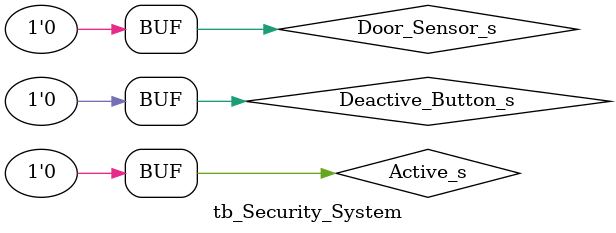
<source format=v>
`timescale 1 ns/100 ps

module tb_Security_System();

	reg Door_Sensor_s, Active_s, Deactive_Button_s;
	wire Alarm_s;

	Security_System My_System(Door_Sensor_s, Active_s, Deactive_Button_s, Alarm_s);

		initial begin 
			Door_Sensor_s = 0;
			Active_s = 0;
			Deactive_Button_s = 0;

			#10 Door_Sensor_s = 0; Active_s = 0; Deactive_Button_s = 1;
			#10 Door_Sensor_s = 0; Active_s = 1; Deactive_Button_s = 0;
			#10 Door_Sensor_s = 0; Active_s = 1; Deactive_Button_s = 1;
			#10 Door_Sensor_s = 1; Active_s = 0; Deactive_Button_s = 0;
			#10 Door_Sensor_s = 1; Active_s = 0; Deactive_Button_s = 1;
			#10 Door_Sensor_s = 1; Active_s = 1; Deactive_Button_s = 0;
			#10 Door_Sensor_s = 1; Active_s = 1; Deactive_Button_s = 1;
			#10 Door_Sensor_s = 0; Active_s = 0; Deactive_Button_s = 0;
				
		end
endmodule 

</source>
